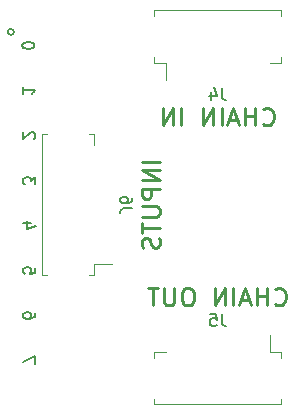
<source format=gbr>
G04 #@! TF.GenerationSoftware,KiCad,Pcbnew,5.1.5-5.1.5*
G04 #@! TF.CreationDate,2020-09-02T20:46:33-05:00*
G04 #@! TF.ProjectId,74HC597-Breakout,37344843-3539-4372-9d42-7265616b6f75,rev?*
G04 #@! TF.SameCoordinates,Original*
G04 #@! TF.FileFunction,Legend,Bot*
G04 #@! TF.FilePolarity,Positive*
%FSLAX46Y46*%
G04 Gerber Fmt 4.6, Leading zero omitted, Abs format (unit mm)*
G04 Created by KiCad (PCBNEW 5.1.5-5.1.5) date 2020-09-02 20:46:33*
%MOMM*%
%LPD*%
G04 APERTURE LIST*
%ADD10C,0.150000*%
%ADD11C,0.250000*%
%ADD12C,0.127000*%
%ADD13C,0.120000*%
G04 APERTURE END LIST*
D10*
X132373619Y-128603333D02*
X132373619Y-127936666D01*
X131373619Y-128365238D01*
X132373619Y-124269523D02*
X132373619Y-124460000D01*
X132326000Y-124555238D01*
X132278380Y-124602857D01*
X132135523Y-124698095D01*
X131945047Y-124745714D01*
X131564095Y-124745714D01*
X131468857Y-124698095D01*
X131421238Y-124650476D01*
X131373619Y-124555238D01*
X131373619Y-124364761D01*
X131421238Y-124269523D01*
X131468857Y-124221904D01*
X131564095Y-124174285D01*
X131802190Y-124174285D01*
X131897428Y-124221904D01*
X131945047Y-124269523D01*
X131992666Y-124364761D01*
X131992666Y-124555238D01*
X131945047Y-124650476D01*
X131897428Y-124698095D01*
X131802190Y-124745714D01*
X132373619Y-120411904D02*
X132373619Y-120888095D01*
X131897428Y-120935714D01*
X131945047Y-120888095D01*
X131992666Y-120792857D01*
X131992666Y-120554761D01*
X131945047Y-120459523D01*
X131897428Y-120411904D01*
X131802190Y-120364285D01*
X131564095Y-120364285D01*
X131468857Y-120411904D01*
X131421238Y-120459523D01*
X131373619Y-120554761D01*
X131373619Y-120792857D01*
X131421238Y-120888095D01*
X131468857Y-120935714D01*
X132040285Y-116649523D02*
X131373619Y-116649523D01*
X132421238Y-116887619D02*
X131706952Y-117125714D01*
X131706952Y-116506666D01*
X132373619Y-113363333D02*
X132373619Y-112744285D01*
X131992666Y-113077619D01*
X131992666Y-112934761D01*
X131945047Y-112839523D01*
X131897428Y-112791904D01*
X131802190Y-112744285D01*
X131564095Y-112744285D01*
X131468857Y-112791904D01*
X131421238Y-112839523D01*
X131373619Y-112934761D01*
X131373619Y-113220476D01*
X131421238Y-113315714D01*
X131468857Y-113363333D01*
X132278380Y-109505714D02*
X132326000Y-109458095D01*
X132373619Y-109362857D01*
X132373619Y-109124761D01*
X132326000Y-109029523D01*
X132278380Y-108981904D01*
X132183142Y-108934285D01*
X132087904Y-108934285D01*
X131945047Y-108981904D01*
X131373619Y-109553333D01*
X131373619Y-108934285D01*
X131373619Y-105124285D02*
X131373619Y-105695714D01*
X131373619Y-105410000D02*
X132373619Y-105410000D01*
X132230761Y-105505238D01*
X132135523Y-105600476D01*
X132087904Y-105695714D01*
X132373619Y-128603333D02*
X132373619Y-127936666D01*
X131373619Y-128365238D01*
X131278380Y-101552380D02*
X131278380Y-101647619D01*
X131326000Y-101742857D01*
X131373619Y-101790476D01*
X131468857Y-101838095D01*
X131659333Y-101885714D01*
X131897428Y-101885714D01*
X132087904Y-101838095D01*
X132183142Y-101790476D01*
X132230761Y-101742857D01*
X132278380Y-101647619D01*
X132278380Y-101552380D01*
X132230761Y-101457142D01*
X132183142Y-101409523D01*
X132087904Y-101361904D01*
X131897428Y-101314285D01*
X131659333Y-101314285D01*
X131468857Y-101361904D01*
X131373619Y-101409523D01*
X131326000Y-101457142D01*
X131278380Y-101552380D01*
D11*
X142918571Y-111454857D02*
X141418571Y-111454857D01*
X142918571Y-112169142D02*
X141418571Y-112169142D01*
X142918571Y-113026285D01*
X141418571Y-113026285D01*
X142918571Y-113740571D02*
X141418571Y-113740571D01*
X141418571Y-114312000D01*
X141490000Y-114454857D01*
X141561428Y-114526285D01*
X141704285Y-114597714D01*
X141918571Y-114597714D01*
X142061428Y-114526285D01*
X142132857Y-114454857D01*
X142204285Y-114312000D01*
X142204285Y-113740571D01*
X141418571Y-115240571D02*
X142632857Y-115240571D01*
X142775714Y-115312000D01*
X142847142Y-115383428D01*
X142918571Y-115526285D01*
X142918571Y-115812000D01*
X142847142Y-115954857D01*
X142775714Y-116026285D01*
X142632857Y-116097714D01*
X141418571Y-116097714D01*
X141418571Y-116597714D02*
X141418571Y-117454857D01*
X142918571Y-117026285D02*
X141418571Y-117026285D01*
X142847142Y-117883428D02*
X142918571Y-118097714D01*
X142918571Y-118454857D01*
X142847142Y-118597714D01*
X142775714Y-118669142D01*
X142632857Y-118740571D01*
X142490000Y-118740571D01*
X142347142Y-118669142D01*
X142275714Y-118597714D01*
X142204285Y-118454857D01*
X142132857Y-118169142D01*
X142061428Y-118026285D01*
X141990000Y-117954857D01*
X141847142Y-117883428D01*
X141704285Y-117883428D01*
X141561428Y-117954857D01*
X141490000Y-118026285D01*
X141418571Y-118169142D01*
X141418571Y-118526285D01*
X141490000Y-118740571D01*
X152649428Y-123471714D02*
X152720857Y-123543142D01*
X152935142Y-123614571D01*
X153078000Y-123614571D01*
X153292285Y-123543142D01*
X153435142Y-123400285D01*
X153506571Y-123257428D01*
X153578000Y-122971714D01*
X153578000Y-122757428D01*
X153506571Y-122471714D01*
X153435142Y-122328857D01*
X153292285Y-122186000D01*
X153078000Y-122114571D01*
X152935142Y-122114571D01*
X152720857Y-122186000D01*
X152649428Y-122257428D01*
X152006571Y-123614571D02*
X152006571Y-122114571D01*
X152006571Y-122828857D02*
X151149428Y-122828857D01*
X151149428Y-123614571D02*
X151149428Y-122114571D01*
X150506571Y-123186000D02*
X149792285Y-123186000D01*
X150649428Y-123614571D02*
X150149428Y-122114571D01*
X149649428Y-123614571D01*
X149149428Y-123614571D02*
X149149428Y-122114571D01*
X148435142Y-123614571D02*
X148435142Y-122114571D01*
X147578000Y-123614571D01*
X147578000Y-122114571D01*
X145435142Y-122114571D02*
X145149428Y-122114571D01*
X145006571Y-122186000D01*
X144863714Y-122328857D01*
X144792285Y-122614571D01*
X144792285Y-123114571D01*
X144863714Y-123400285D01*
X145006571Y-123543142D01*
X145149428Y-123614571D01*
X145435142Y-123614571D01*
X145578000Y-123543142D01*
X145720857Y-123400285D01*
X145792285Y-123114571D01*
X145792285Y-122614571D01*
X145720857Y-122328857D01*
X145578000Y-122186000D01*
X145435142Y-122114571D01*
X144149428Y-122114571D02*
X144149428Y-123328857D01*
X144078000Y-123471714D01*
X144006571Y-123543142D01*
X143863714Y-123614571D01*
X143578000Y-123614571D01*
X143435142Y-123543142D01*
X143363714Y-123471714D01*
X143292285Y-123328857D01*
X143292285Y-122114571D01*
X142792285Y-122114571D02*
X141935142Y-122114571D01*
X142363714Y-123614571D02*
X142363714Y-122114571D01*
X151649428Y-108231714D02*
X151720857Y-108303142D01*
X151935142Y-108374571D01*
X152078000Y-108374571D01*
X152292285Y-108303142D01*
X152435142Y-108160285D01*
X152506571Y-108017428D01*
X152578000Y-107731714D01*
X152578000Y-107517428D01*
X152506571Y-107231714D01*
X152435142Y-107088857D01*
X152292285Y-106946000D01*
X152078000Y-106874571D01*
X151935142Y-106874571D01*
X151720857Y-106946000D01*
X151649428Y-107017428D01*
X151006571Y-108374571D02*
X151006571Y-106874571D01*
X151006571Y-107588857D02*
X150149428Y-107588857D01*
X150149428Y-108374571D02*
X150149428Y-106874571D01*
X149506571Y-107946000D02*
X148792285Y-107946000D01*
X149649428Y-108374571D02*
X149149428Y-106874571D01*
X148649428Y-108374571D01*
X148149428Y-108374571D02*
X148149428Y-106874571D01*
X147435142Y-108374571D02*
X147435142Y-106874571D01*
X146578000Y-108374571D01*
X146578000Y-106874571D01*
X144720857Y-108374571D02*
X144720857Y-106874571D01*
X144006571Y-108374571D02*
X144006571Y-106874571D01*
X143149428Y-108374571D01*
X143149428Y-106874571D01*
D12*
X130556000Y-100457000D02*
G75*
G03X130556000Y-100457000I-254000J0D01*
G01*
D13*
X142468000Y-102606000D02*
X142468000Y-103056000D01*
X142468000Y-103056000D02*
X143418000Y-103056000D01*
X143418000Y-103056000D02*
X143418000Y-104546000D01*
X153188000Y-102606000D02*
X153188000Y-103056000D01*
X153188000Y-103056000D02*
X152238000Y-103056000D01*
X142468000Y-99086000D02*
X142468000Y-98636000D01*
X142468000Y-98636000D02*
X153188000Y-98636000D01*
X153188000Y-98636000D02*
X153188000Y-99086000D01*
X142468000Y-131996000D02*
X142468000Y-131546000D01*
X153188000Y-131996000D02*
X142468000Y-131996000D01*
X153188000Y-131546000D02*
X153188000Y-131996000D01*
X142468000Y-127576000D02*
X143418000Y-127576000D01*
X142468000Y-128026000D02*
X142468000Y-127576000D01*
X152238000Y-127576000D02*
X152238000Y-126086000D01*
X153188000Y-127576000D02*
X152238000Y-127576000D01*
X153188000Y-128026000D02*
X153188000Y-127576000D01*
X136896000Y-121047000D02*
X137346000Y-121047000D01*
X137346000Y-121047000D02*
X137346000Y-120097000D01*
X137346000Y-120097000D02*
X138836000Y-120097000D01*
X136896000Y-109077000D02*
X137346000Y-109077000D01*
X137346000Y-109077000D02*
X137346000Y-110027000D01*
X133376000Y-121047000D02*
X132926000Y-121047000D01*
X132926000Y-121047000D02*
X132926000Y-109077000D01*
X132926000Y-109077000D02*
X133376000Y-109077000D01*
D10*
X148161333Y-105198380D02*
X148161333Y-105912666D01*
X148208952Y-106055523D01*
X148304190Y-106150761D01*
X148447047Y-106198380D01*
X148542285Y-106198380D01*
X147256571Y-105531714D02*
X147256571Y-106198380D01*
X147494666Y-105150761D02*
X147732761Y-105865047D01*
X147113714Y-105865047D01*
X148161333Y-124338380D02*
X148161333Y-125052666D01*
X148208952Y-125195523D01*
X148304190Y-125290761D01*
X148447047Y-125338380D01*
X148542285Y-125338380D01*
X147208952Y-124338380D02*
X147685142Y-124338380D01*
X147732761Y-124814571D01*
X147685142Y-124766952D01*
X147589904Y-124719333D01*
X147351809Y-124719333D01*
X147256571Y-124766952D01*
X147208952Y-124814571D01*
X147161333Y-124909809D01*
X147161333Y-125147904D01*
X147208952Y-125243142D01*
X147256571Y-125290761D01*
X147351809Y-125338380D01*
X147589904Y-125338380D01*
X147685142Y-125290761D01*
X147732761Y-125243142D01*
X140583619Y-115395333D02*
X139869333Y-115395333D01*
X139726476Y-115442952D01*
X139631238Y-115538190D01*
X139583619Y-115681047D01*
X139583619Y-115776285D01*
X140583619Y-114490571D02*
X140583619Y-114681047D01*
X140536000Y-114776285D01*
X140488380Y-114823904D01*
X140345523Y-114919142D01*
X140155047Y-114966761D01*
X139774095Y-114966761D01*
X139678857Y-114919142D01*
X139631238Y-114871523D01*
X139583619Y-114776285D01*
X139583619Y-114585809D01*
X139631238Y-114490571D01*
X139678857Y-114442952D01*
X139774095Y-114395333D01*
X140012190Y-114395333D01*
X140107428Y-114442952D01*
X140155047Y-114490571D01*
X140202666Y-114585809D01*
X140202666Y-114776285D01*
X140155047Y-114871523D01*
X140107428Y-114919142D01*
X140012190Y-114966761D01*
M02*

</source>
